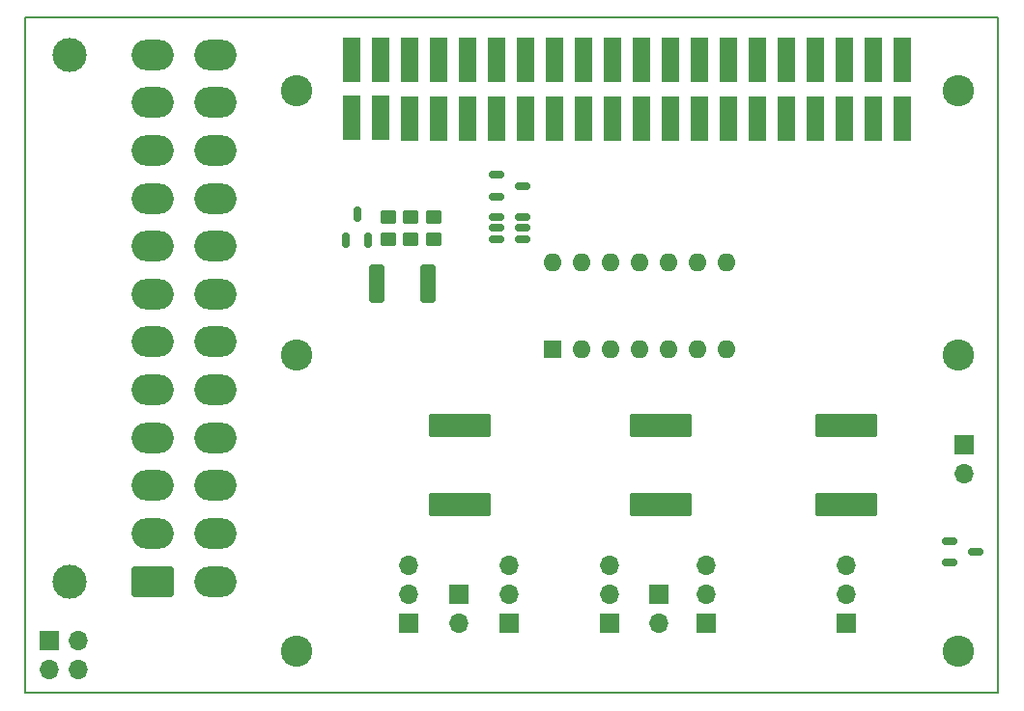
<source format=gts>
G04 #@! TF.GenerationSoftware,KiCad,Pcbnew,(7.0.0-0)*
G04 #@! TF.CreationDate,2023-03-06T18:31:28+00:00*
G04 #@! TF.ProjectId,AuxBoard,41757842-6f61-4726-942e-6b696361645f,rev?*
G04 #@! TF.SameCoordinates,Original*
G04 #@! TF.FileFunction,Soldermask,Top*
G04 #@! TF.FilePolarity,Negative*
%FSLAX46Y46*%
G04 Gerber Fmt 4.6, Leading zero omitted, Abs format (unit mm)*
G04 Created by KiCad (PCBNEW (7.0.0-0)) date 2023-03-06 18:31:28*
%MOMM*%
%LPD*%
G01*
G04 APERTURE LIST*
G04 Aperture macros list*
%AMRoundRect*
0 Rectangle with rounded corners*
0 $1 Rounding radius*
0 $2 $3 $4 $5 $6 $7 $8 $9 X,Y pos of 4 corners*
0 Add a 4 corners polygon primitive as box body*
4,1,4,$2,$3,$4,$5,$6,$7,$8,$9,$2,$3,0*
0 Add four circle primitives for the rounded corners*
1,1,$1+$1,$2,$3*
1,1,$1+$1,$4,$5*
1,1,$1+$1,$6,$7*
1,1,$1+$1,$8,$9*
0 Add four rect primitives between the rounded corners*
20,1,$1+$1,$2,$3,$4,$5,0*
20,1,$1+$1,$4,$5,$6,$7,0*
20,1,$1+$1,$6,$7,$8,$9,0*
20,1,$1+$1,$8,$9,$2,$3,0*%
G04 Aperture macros list end*
%ADD10C,3.000000*%
%ADD11RoundRect,0.250001X1.599999X-1.099999X1.599999X1.099999X-1.599999X1.099999X-1.599999X-1.099999X0*%
%ADD12O,3.700000X2.700000*%
%ADD13RoundRect,0.250000X0.400000X1.450000X-0.400000X1.450000X-0.400000X-1.450000X0.400000X-1.450000X0*%
%ADD14C,2.750000*%
%ADD15R,1.600000X1.600000*%
%ADD16O,1.600000X1.600000*%
%ADD17R,1.700000X1.700000*%
%ADD18O,1.700000X1.700000*%
%ADD19RoundRect,0.250001X-2.474999X0.799999X-2.474999X-0.799999X2.474999X-0.799999X2.474999X0.799999X0*%
%ADD20RoundRect,0.250000X0.450000X-0.350000X0.450000X0.350000X-0.450000X0.350000X-0.450000X-0.350000X0*%
%ADD21RoundRect,0.150000X-0.512500X-0.150000X0.512500X-0.150000X0.512500X0.150000X-0.512500X0.150000X0*%
%ADD22RoundRect,0.150000X0.150000X-0.512500X0.150000X0.512500X-0.150000X0.512500X-0.150000X-0.512500X0*%
%ADD23RoundRect,0.250001X2.474999X-0.799999X2.474999X0.799999X-2.474999X0.799999X-2.474999X-0.799999X0*%
%ADD24RoundRect,0.250000X-0.450000X0.350000X-0.450000X-0.350000X0.450000X-0.350000X0.450000X0.350000X0*%
%ADD25R,1.500000X4.000000*%
G04 #@! TA.AperFunction,Profile*
%ADD26C,0.200000*%
G04 #@! TD*
G04 APERTURE END LIST*
D10*
X108625000Y-99200000D03*
X108625000Y-53000000D03*
D11*
X115925000Y-99200000D03*
D12*
X115924999Y-94999999D03*
X115924999Y-90799999D03*
X115924999Y-86599999D03*
X115924999Y-82399999D03*
X115924999Y-78199999D03*
X115924999Y-73999999D03*
X115924999Y-69799999D03*
X115924999Y-65599999D03*
X115924999Y-61399999D03*
X115924999Y-57199999D03*
X115924999Y-52999999D03*
X121424999Y-99199999D03*
X121424999Y-94999999D03*
X121424999Y-90799999D03*
X121424999Y-86599999D03*
X121424999Y-82399999D03*
X121424999Y-78199999D03*
X121424999Y-73999999D03*
X121424999Y-69799999D03*
X121424999Y-65599999D03*
X121424999Y-61399999D03*
X121424999Y-57199999D03*
X121424999Y-52999999D03*
D13*
X140025000Y-73100000D03*
X135575000Y-73100000D03*
D14*
X128500000Y-79375000D03*
D15*
X150974999Y-78799999D03*
D16*
X153514999Y-78799999D03*
X156054999Y-78799999D03*
X158594999Y-78799999D03*
X161134999Y-78799999D03*
X163674999Y-78799999D03*
X166214999Y-78799999D03*
X166214999Y-71179999D03*
X163674999Y-71179999D03*
X161134999Y-71179999D03*
X158594999Y-71179999D03*
X156054999Y-71179999D03*
X153514999Y-71179999D03*
X150974999Y-71179999D03*
D17*
X176674999Y-102839999D03*
D18*
X176674999Y-100299999D03*
X176674999Y-97759999D03*
D19*
X160400000Y-85525000D03*
X160400000Y-92475000D03*
D20*
X140500000Y-69200000D03*
X140500000Y-67200000D03*
D21*
X146062500Y-63550000D03*
X146062500Y-65450000D03*
X148337500Y-64500000D03*
D17*
X138299999Y-102839999D03*
D18*
X138299999Y-100299999D03*
X138299999Y-97759999D03*
D17*
X142762499Y-100339999D03*
D18*
X142762499Y-102879999D03*
D22*
X132850000Y-69237500D03*
X134750000Y-69237500D03*
X133800000Y-66962500D03*
D23*
X176700000Y-92475000D03*
X176700000Y-85525000D03*
D21*
X146062500Y-67250000D03*
X146062500Y-68200000D03*
X146062500Y-69150000D03*
X148337500Y-69150000D03*
X148337500Y-68200000D03*
X148337500Y-67250000D03*
D17*
X155974999Y-102839999D03*
D18*
X155974999Y-100299999D03*
X155974999Y-97759999D03*
D23*
X142800000Y-92475000D03*
X142800000Y-85525000D03*
D17*
X160224999Y-100339999D03*
D18*
X160224999Y-102879999D03*
D17*
X147124999Y-102839999D03*
D18*
X147124999Y-100299999D03*
X147124999Y-97759999D03*
D14*
X128500000Y-105375000D03*
X186500000Y-105375000D03*
X128500000Y-56125000D03*
X186500000Y-79375000D03*
D17*
X164374999Y-102839999D03*
D18*
X164374999Y-100299999D03*
X164374999Y-97759999D03*
D17*
X187024999Y-87249999D03*
D18*
X187024999Y-89789999D03*
D14*
X186500000Y-56125000D03*
D24*
X136550000Y-67200000D03*
X136550000Y-69200000D03*
D21*
X185725000Y-95650000D03*
X185725000Y-97550000D03*
X188000000Y-96600000D03*
D20*
X138500000Y-69200000D03*
X138500000Y-67200000D03*
D17*
X106799999Y-104399999D03*
D18*
X109339999Y-104399999D03*
X106799999Y-106939999D03*
X109339999Y-106939999D03*
D25*
X133369999Y-53429999D03*
X133369999Y-58539999D03*
X135909999Y-53429999D03*
X135909999Y-58539999D03*
X138449999Y-53429999D03*
X138449999Y-58569999D03*
X140989999Y-53429999D03*
X140989999Y-58569999D03*
X143529999Y-53429999D03*
X143529999Y-58569999D03*
X146069999Y-53429999D03*
X146069999Y-58569999D03*
X148609999Y-53429999D03*
X148609999Y-58569999D03*
X151149999Y-53429999D03*
X151149999Y-58569999D03*
X153689999Y-53429999D03*
X153689999Y-58569999D03*
X156229999Y-53429999D03*
X156229999Y-58569999D03*
X158769999Y-53429999D03*
X158769999Y-58569999D03*
X161309999Y-53429999D03*
X161309999Y-58569999D03*
X163849999Y-53429999D03*
X163849999Y-58569999D03*
X166389999Y-53429999D03*
X166389999Y-58569999D03*
X168929999Y-53429999D03*
X168929999Y-58569999D03*
X171469999Y-53429999D03*
X171469999Y-58569999D03*
X174009999Y-53429999D03*
X174009999Y-58569999D03*
X176549999Y-53429999D03*
X176549999Y-58569999D03*
X179089999Y-53429999D03*
X179089999Y-58569999D03*
X181629999Y-53429999D03*
X181629999Y-58569999D03*
D26*
X104750000Y-49750000D02*
X190000000Y-49750000D01*
X190000000Y-49750000D02*
X190000000Y-109000000D01*
X190000000Y-109000000D02*
X104750000Y-109000000D01*
X104750000Y-109000000D02*
X104750000Y-49750000D01*
M02*

</source>
